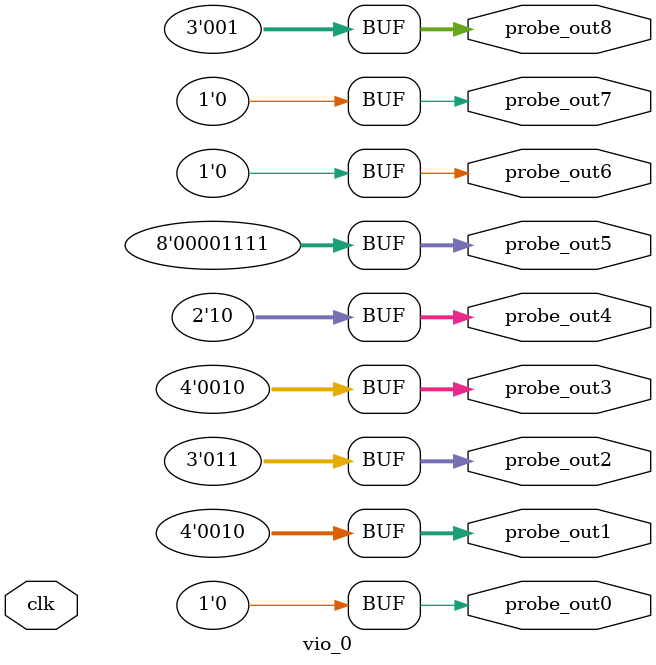
<source format=v>
`timescale 1ns / 1ps
module vio_0 (
clk,

probe_out0,
probe_out1,
probe_out2,
probe_out3,
probe_out4,
probe_out5,
probe_out6,
probe_out7,
probe_out8
);

input clk;

output reg [0 : 0] probe_out0 = 'h0 ;
output reg [3 : 0] probe_out1 = 'h2 ;
output reg [2 : 0] probe_out2 = 'h3 ;
output reg [3 : 0] probe_out3 = 'h2 ;
output reg [1 : 0] probe_out4 = 'h2 ;
output reg [7 : 0] probe_out5 = 'h0f ;
output reg [0 : 0] probe_out6 = 'h0 ;
output reg [0 : 0] probe_out7 = 'h0 ;
output reg [2 : 0] probe_out8 = 'h1 ;


endmodule

</source>
